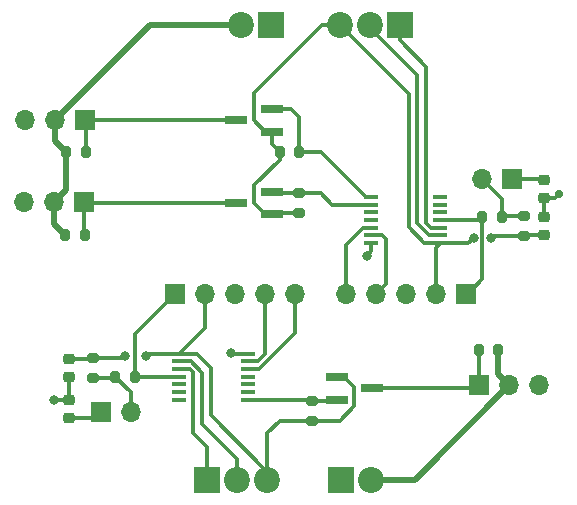
<source format=gbr>
%TF.GenerationSoftware,KiCad,Pcbnew,(6.0.8)*%
%TF.CreationDate,2023-04-06T01:33:44-05:00*%
%TF.ProjectId,ArmPCB_fixed_mosfet_pins,41726d50-4342-45f6-9669-7865645f6d6f,rev?*%
%TF.SameCoordinates,Original*%
%TF.FileFunction,Copper,L1,Top*%
%TF.FilePolarity,Positive*%
%FSLAX46Y46*%
G04 Gerber Fmt 4.6, Leading zero omitted, Abs format (unit mm)*
G04 Created by KiCad (PCBNEW (6.0.8)) date 2023-04-06 01:33:44*
%MOMM*%
%LPD*%
G01*
G04 APERTURE LIST*
G04 Aperture macros list*
%AMRoundRect*
0 Rectangle with rounded corners*
0 $1 Rounding radius*
0 $2 $3 $4 $5 $6 $7 $8 $9 X,Y pos of 4 corners*
0 Add a 4 corners polygon primitive as box body*
4,1,4,$2,$3,$4,$5,$6,$7,$8,$9,$2,$3,0*
0 Add four circle primitives for the rounded corners*
1,1,$1+$1,$2,$3*
1,1,$1+$1,$4,$5*
1,1,$1+$1,$6,$7*
1,1,$1+$1,$8,$9*
0 Add four rect primitives between the rounded corners*
20,1,$1+$1,$2,$3,$4,$5,0*
20,1,$1+$1,$4,$5,$6,$7,0*
20,1,$1+$1,$6,$7,$8,$9,0*
20,1,$1+$1,$8,$9,$2,$3,0*%
G04 Aperture macros list end*
%TA.AperFunction,ComponentPad*%
%ADD10R,1.700000X1.700000*%
%TD*%
%TA.AperFunction,ComponentPad*%
%ADD11O,1.700000X1.700000*%
%TD*%
%TA.AperFunction,SMDPad,CuDef*%
%ADD12RoundRect,0.200000X-0.200000X-0.275000X0.200000X-0.275000X0.200000X0.275000X-0.200000X0.275000X0*%
%TD*%
%TA.AperFunction,SMDPad,CuDef*%
%ADD13RoundRect,0.225000X-0.250000X0.225000X-0.250000X-0.225000X0.250000X-0.225000X0.250000X0.225000X0*%
%TD*%
%TA.AperFunction,SMDPad,CuDef*%
%ADD14RoundRect,0.200000X0.200000X0.275000X-0.200000X0.275000X-0.200000X-0.275000X0.200000X-0.275000X0*%
%TD*%
%TA.AperFunction,ComponentPad*%
%ADD15R,2.200000X2.200000*%
%TD*%
%TA.AperFunction,ComponentPad*%
%ADD16C,2.200000*%
%TD*%
%TA.AperFunction,SMDPad,CuDef*%
%ADD17R,1.308100X0.355600*%
%TD*%
%TA.AperFunction,SMDPad,CuDef*%
%ADD18RoundRect,0.200000X-0.275000X0.200000X-0.275000X-0.200000X0.275000X-0.200000X0.275000X0.200000X0*%
%TD*%
%TA.AperFunction,SMDPad,CuDef*%
%ADD19RoundRect,0.225000X0.250000X-0.225000X0.250000X0.225000X-0.250000X0.225000X-0.250000X-0.225000X0*%
%TD*%
%TA.AperFunction,SMDPad,CuDef*%
%ADD20RoundRect,0.200000X0.275000X-0.200000X0.275000X0.200000X-0.275000X0.200000X-0.275000X-0.200000X0*%
%TD*%
%TA.AperFunction,SMDPad,CuDef*%
%ADD21R,1.900000X0.800000*%
%TD*%
%TA.AperFunction,ViaPad*%
%ADD22C,0.800000*%
%TD*%
%TA.AperFunction,ViaPad*%
%ADD23C,0.700000*%
%TD*%
%TA.AperFunction,Conductor*%
%ADD24C,0.300000*%
%TD*%
%TA.AperFunction,Conductor*%
%ADD25C,0.500000*%
%TD*%
G04 APERTURE END LIST*
D10*
%TO.P,J5,1,Pin_1*%
%TO.N,S1*%
X117000000Y-92750000D03*
D11*
%TO.P,J5,2,Pin_2*%
%TO.N,5V*%
X119540000Y-92750000D03*
%TO.P,J5,3,Pin_3*%
%TO.N,GND*%
X122080000Y-92750000D03*
%TD*%
D12*
%TO.P,R7,1*%
%TO.N,+3.3V*%
X100075000Y-73000000D03*
%TO.P,R7,2*%
%TO.N,RC2*%
X101725000Y-73000000D03*
%TD*%
D13*
%TO.P,C4,1*%
%TO.N,3.3V*%
X82250000Y-90475000D03*
%TO.P,C4,2*%
%TO.N,GND*%
X82250000Y-92025000D03*
%TD*%
D14*
%TO.P,R4,1*%
%TO.N,5V*%
X118575000Y-89712500D03*
%TO.P,R4,2*%
%TO.N,S1*%
X116925000Y-89712500D03*
%TD*%
D15*
%TO.P,J8,1,Pin_1*%
%TO.N,GND*%
X99310000Y-62250000D03*
D16*
%TO.P,J8,2,Pin_2*%
%TO.N,+5V*%
X96770000Y-62250000D03*
%TD*%
D15*
%TO.P,J1,1,Pin_1*%
%TO.N,GND*%
X105250000Y-100750000D03*
D16*
%TO.P,J1,2,Pin_2*%
%TO.N,5V*%
X107790000Y-100750000D03*
%TD*%
D10*
%TO.P,J3,1,Pin_1*%
%TO.N,MCLR1*%
X115825000Y-85000000D03*
D11*
%TO.P,J3,2,Pin_2*%
%TO.N,+3.3V*%
X113285000Y-85000000D03*
%TO.P,J3,3,Pin_3*%
%TO.N,GND*%
X110745000Y-85000000D03*
%TO.P,J3,4,Pin_4*%
%TO.N,DATA1*%
X108205000Y-85000000D03*
%TO.P,J3,5,Pin_5*%
%TO.N,CLK1*%
X105665000Y-85000000D03*
%TD*%
D17*
%TO.P,IC2,1,VDD*%
%TO.N,3.3V*%
X91598050Y-90049999D03*
%TO.P,IC2,2,RA5*%
%TO.N,RA5_2*%
X91598050Y-90700000D03*
%TO.P,IC2,3,RA4*%
%TO.N,RA4_2*%
X91598050Y-91350001D03*
%TO.P,IC2,4,~{MCLR}/VPP/RA3*%
%TO.N,MCLR2*%
X91598050Y-92000000D03*
%TO.P,IC2,5,RC5*%
%TO.N,unconnected-(IC2-Pad5)*%
X91598050Y-92649999D03*
%TO.P,IC2,6,RC4*%
%TO.N,unconnected-(IC2-Pad6)*%
X91598050Y-93300000D03*
%TO.P,IC2,7,RC3*%
%TO.N,unconnected-(IC2-Pad7)*%
X91598050Y-93949999D03*
%TO.P,IC2,8,RC2*%
%TO.N,RC0*%
X97401950Y-93950001D03*
%TO.P,IC2,9,RC1*%
%TO.N,unconnected-(IC2-Pad9)*%
X97401950Y-93300000D03*
%TO.P,IC2,10,RC0*%
%TO.N,unconnected-(IC2-Pad10)*%
X97401950Y-92650001D03*
%TO.P,IC2,11,RA2*%
%TO.N,unconnected-(IC2-Pad11)*%
X97401950Y-92000000D03*
%TO.P,IC2,12,RA1/ICSPCLK*%
%TO.N,CLK2*%
X97401950Y-91350001D03*
%TO.P,IC2,13,RA0/ICSPDAT*%
%TO.N,DATA2*%
X97401950Y-90700000D03*
%TO.P,IC2,14,VSS*%
%TO.N,GND*%
X97401950Y-90050001D03*
%TD*%
D15*
%TO.P,J9,1,Pin_1*%
%TO.N,RA4*%
X110290000Y-62250000D03*
D16*
%TO.P,J9,2,Pin_2*%
%TO.N,RA5*%
X107750000Y-62250000D03*
%TO.P,J9,3,Pin_3*%
%TO.N,+3.3V*%
X105210000Y-62250000D03*
%TD*%
D12*
%TO.P,R6,1*%
%TO.N,+5V*%
X81925000Y-80000000D03*
%TO.P,R6,2*%
%TO.N,S2*%
X83575000Y-80000000D03*
%TD*%
D17*
%TO.P,IC1,1,VDD*%
%TO.N,+3.3V*%
X113651950Y-80700001D03*
%TO.P,IC1,2,RA5*%
%TO.N,RA5*%
X113651950Y-80050000D03*
%TO.P,IC1,3,RA4*%
%TO.N,RA4*%
X113651950Y-79399999D03*
%TO.P,IC1,4,~{MCLR}/VPP/RA3*%
%TO.N,MCLR1*%
X113651950Y-78750000D03*
%TO.P,IC1,5,RC5*%
%TO.N,unconnected-(IC1-Pad5)*%
X113651950Y-78100001D03*
%TO.P,IC1,6,RC4*%
%TO.N,unconnected-(IC1-Pad6)*%
X113651950Y-77450000D03*
%TO.P,IC1,7,RC3*%
%TO.N,unconnected-(IC1-Pad7)*%
X113651950Y-76800001D03*
%TO.P,IC1,8,RC2*%
%TO.N,RC2*%
X107848050Y-76799999D03*
%TO.P,IC1,9,RC1*%
%TO.N,RC1*%
X107848050Y-77450000D03*
%TO.P,IC1,10,RC0*%
%TO.N,unconnected-(IC1-Pad10)*%
X107848050Y-78099999D03*
%TO.P,IC1,11,RA2*%
%TO.N,unconnected-(IC1-Pad11)*%
X107848050Y-78750000D03*
%TO.P,IC1,12,RA1/ICSPCLK*%
%TO.N,CLK1*%
X107848050Y-79399999D03*
%TO.P,IC1,13,RA0/ICSPDAT*%
%TO.N,DATA1*%
X107848050Y-80050000D03*
%TO.P,IC1,14,VSS*%
%TO.N,GND*%
X107848050Y-80699999D03*
%TD*%
D14*
%TO.P,R10,1*%
%TO.N,MCLR2*%
X87825000Y-92000000D03*
%TO.P,R10,2*%
%TO.N,Net-(JP2-Pad2)*%
X86175000Y-92000000D03*
%TD*%
D18*
%TO.P,R1,1*%
%TO.N,Net-(JP1-Pad2)*%
X120750000Y-78425000D03*
%TO.P,R1,2*%
%TO.N,+3.3V*%
X120750000Y-80075000D03*
%TD*%
D12*
%TO.P,R2,1*%
%TO.N,MCLR1*%
X117250000Y-78500000D03*
%TO.P,R2,2*%
%TO.N,Net-(JP1-Pad2)*%
X118900000Y-78500000D03*
%TD*%
D13*
%TO.P,C2,1*%
%TO.N,Net-(C2-Pad1)*%
X122500000Y-75325000D03*
%TO.P,C2,2*%
%TO.N,GND*%
X122500000Y-76875000D03*
%TD*%
D19*
%TO.P,C3,1*%
%TO.N,Net-(C3-Pad1)*%
X82250000Y-95525000D03*
%TO.P,C3,2*%
%TO.N,GND*%
X82250000Y-93975000D03*
%TD*%
D20*
%TO.P,R5,1*%
%TO.N,+3.3V*%
X101700000Y-78125000D03*
%TO.P,R5,2*%
%TO.N,RC1*%
X101700000Y-76475000D03*
%TD*%
D10*
%TO.P,J7,1,Pin_1*%
%TO.N,S3*%
X83605000Y-70250000D03*
D11*
%TO.P,J7,2,Pin_2*%
%TO.N,+5V*%
X81065000Y-70250000D03*
%TO.P,J7,3,Pin_3*%
%TO.N,GND*%
X78525000Y-70250000D03*
%TD*%
D19*
%TO.P,C1,1*%
%TO.N,+3.3V*%
X122500000Y-80025000D03*
%TO.P,C1,2*%
%TO.N,GND*%
X122500000Y-78475000D03*
%TD*%
D21*
%TO.P,NM1,1,D*%
%TO.N,S1*%
X107900000Y-93000000D03*
%TO.P,NM1,2,G*%
%TO.N,3.3V*%
X104900000Y-92050000D03*
%TO.P,NM1,3,S*%
%TO.N,RC0*%
X104900000Y-93950000D03*
%TD*%
D20*
%TO.P,R9,1*%
%TO.N,Net-(JP2-Pad2)*%
X84250000Y-92075000D03*
%TO.P,R9,2*%
%TO.N,3.3V*%
X84250000Y-90425000D03*
%TD*%
D12*
%TO.P,R8,1*%
%TO.N,+5V*%
X82005000Y-73000000D03*
%TO.P,R8,2*%
%TO.N,S3*%
X83655000Y-73000000D03*
%TD*%
D10*
%TO.P,J4,1,Pin_1*%
%TO.N,MCLR2*%
X91250000Y-85000000D03*
D11*
%TO.P,J4,2,Pin_2*%
%TO.N,3.3V*%
X93790000Y-85000000D03*
%TO.P,J4,3,Pin_3*%
%TO.N,GND*%
X96330000Y-85000000D03*
%TO.P,J4,4,Pin_4*%
%TO.N,DATA2*%
X98870000Y-85000000D03*
%TO.P,J4,5,Pin_5*%
%TO.N,CLK2*%
X101410000Y-85000000D03*
%TD*%
D20*
%TO.P,R3,1*%
%TO.N,3.3V*%
X102800000Y-95725000D03*
%TO.P,R3,2*%
%TO.N,RC0*%
X102800000Y-94075000D03*
%TD*%
D21*
%TO.P,NM3,1,D*%
%TO.N,S3*%
X96400000Y-70300000D03*
%TO.P,NM3,2,G*%
%TO.N,+3.3V*%
X99400000Y-71250000D03*
%TO.P,NM3,3,S*%
%TO.N,RC2*%
X99400000Y-69350000D03*
%TD*%
D15*
%TO.P,J2,1,Pin_1*%
%TO.N,RA4_2*%
X93960000Y-100750000D03*
D16*
%TO.P,J2,2,Pin_2*%
%TO.N,RA5_2*%
X96500000Y-100750000D03*
%TO.P,J2,3,Pin_3*%
%TO.N,3.3V*%
X99040000Y-100750000D03*
%TD*%
D21*
%TO.P,NM2,1,D*%
%TO.N,S2*%
X96400000Y-77300000D03*
%TO.P,NM2,2,G*%
%TO.N,+3.3V*%
X99400000Y-78250000D03*
%TO.P,NM2,3,S*%
%TO.N,RC1*%
X99400000Y-76350000D03*
%TD*%
D10*
%TO.P,JP1,1,A*%
%TO.N,Net-(C2-Pad1)*%
X119750000Y-75250000D03*
D11*
%TO.P,JP1,2,B*%
%TO.N,Net-(JP1-Pad2)*%
X117210000Y-75250000D03*
%TD*%
D10*
%TO.P,JP2,1,A*%
%TO.N,Net-(C3-Pad1)*%
X84975000Y-95000000D03*
D11*
%TO.P,JP2,2,B*%
%TO.N,Net-(JP2-Pad2)*%
X87515000Y-95000000D03*
%TD*%
D10*
%TO.P,J6,1,Pin_1*%
%TO.N,S2*%
X83500000Y-77250000D03*
D11*
%TO.P,J6,2,Pin_2*%
%TO.N,+5V*%
X80960000Y-77250000D03*
%TO.P,J6,3,Pin_3*%
%TO.N,GND*%
X78420000Y-77250000D03*
%TD*%
D22*
%TO.N,+3.3V*%
X116500000Y-80250000D03*
X118000000Y-80250000D03*
D23*
%TO.N,GND*%
X123750000Y-76500000D03*
D22*
X107500000Y-81750000D03*
X81000000Y-94000000D03*
X96000000Y-90000000D03*
%TO.N,3.3V*%
X88750000Y-90250000D03*
X87000000Y-90250000D03*
%TD*%
D24*
%TO.N,+3.3V*%
X120750000Y-80075000D02*
X118175000Y-80075000D01*
X111000000Y-79368502D02*
X112331499Y-80700001D01*
X99525000Y-78125000D02*
X99400000Y-78250000D01*
X97900000Y-75800000D02*
X97900000Y-77300000D01*
X118175000Y-80075000D02*
X118000000Y-80250000D01*
X113285000Y-81066951D02*
X113651950Y-80700001D01*
X98850000Y-71250000D02*
X99400000Y-71250000D01*
X99400000Y-71250000D02*
X99400000Y-72325000D01*
X100075000Y-73000000D02*
X100075000Y-73625000D01*
X112331499Y-80700001D02*
X113651950Y-80700001D01*
X99400000Y-72325000D02*
X100075000Y-73000000D01*
X103654366Y-62250000D02*
X97900000Y-68004366D01*
X97900000Y-68004366D02*
X97900000Y-70300000D01*
X111000000Y-68040000D02*
X111000000Y-79368502D01*
X105210000Y-62250000D02*
X103654366Y-62250000D01*
X116049999Y-80700001D02*
X113651950Y-80700001D01*
X97900000Y-77300000D02*
X98850000Y-78250000D01*
X97900000Y-70300000D02*
X98850000Y-71250000D01*
X116500000Y-80250000D02*
X116049999Y-80700001D01*
X105210000Y-62250000D02*
X111000000Y-68040000D01*
X122500000Y-80025000D02*
X120800000Y-80025000D01*
X100075000Y-73625000D02*
X97900000Y-75800000D01*
X113285000Y-85000000D02*
X113285000Y-81066951D01*
X120800000Y-80025000D02*
X120750000Y-80075000D01*
X98850000Y-78250000D02*
X99400000Y-78250000D01*
X101700000Y-78125000D02*
X99525000Y-78125000D01*
%TO.N,GND*%
X122500000Y-76875000D02*
X123375000Y-76875000D01*
X97401950Y-90050001D02*
X96050001Y-90050001D01*
X122500000Y-76875000D02*
X122500000Y-78475000D01*
X123375000Y-76875000D02*
X123750000Y-76500000D01*
X107848050Y-80699999D02*
X107848050Y-81401950D01*
X81025000Y-93975000D02*
X81000000Y-94000000D01*
X96050001Y-90050001D02*
X96000000Y-90000000D01*
X82250000Y-93975000D02*
X82250000Y-92025000D01*
X107848050Y-81401950D02*
X107500000Y-81750000D01*
X82250000Y-93975000D02*
X81025000Y-93975000D01*
%TO.N,Net-(C2-Pad1)*%
X122425000Y-75250000D02*
X122500000Y-75325000D01*
X119750000Y-75250000D02*
X122425000Y-75250000D01*
%TO.N,RA5*%
X111750000Y-79029899D02*
X112770101Y-80050000D01*
X111750000Y-66500000D02*
X111750000Y-79029899D01*
X112770101Y-80050000D02*
X113651950Y-80050000D01*
X107750000Y-62250000D02*
X107750000Y-62500000D01*
X107750000Y-62500000D02*
X111750000Y-66500000D01*
%TO.N,RA4*%
X110290000Y-63540000D02*
X112500000Y-65750000D01*
X112500000Y-65750000D02*
X112500000Y-79000000D01*
X110290000Y-62250000D02*
X110290000Y-63540000D01*
X112899999Y-79399999D02*
X113651950Y-79399999D01*
X112500000Y-79000000D02*
X112899999Y-79399999D01*
%TO.N,Net-(C3-Pad1)*%
X84450000Y-95525000D02*
X84975000Y-95000000D01*
X82250000Y-95525000D02*
X84450000Y-95525000D01*
%TO.N,RC2*%
X99400000Y-69350000D02*
X101050000Y-69350000D01*
X103600000Y-73000000D02*
X107399999Y-76799999D01*
X101725000Y-73000000D02*
X103600000Y-73000000D01*
X101725000Y-70025000D02*
X101725000Y-73000000D01*
X107399999Y-76799999D02*
X107848050Y-76799999D01*
X101050000Y-69350000D02*
X101725000Y-70025000D01*
%TO.N,RC1*%
X101700000Y-76475000D02*
X99525000Y-76475000D01*
X107848050Y-77450000D02*
X104550000Y-77450000D01*
X103575000Y-76475000D02*
X101700000Y-76475000D01*
X99525000Y-76475000D02*
X99400000Y-76350000D01*
X104550000Y-77450000D02*
X103575000Y-76475000D01*
%TO.N,RC0*%
X102675001Y-93950001D02*
X102800000Y-94075000D01*
X104775000Y-94075000D02*
X104900000Y-93950000D01*
X97401950Y-93950001D02*
X102675001Y-93950001D01*
X102800000Y-94075000D02*
X104775000Y-94075000D01*
%TO.N,MCLR1*%
X117250000Y-83750000D02*
X117250000Y-78500000D01*
X117210000Y-78635000D02*
X117325000Y-78750000D01*
X115825000Y-85000000D02*
X116000000Y-85000000D01*
X117400000Y-78675000D02*
X117325000Y-78750000D01*
X116000000Y-85000000D02*
X117250000Y-83750000D01*
X117000000Y-78750000D02*
X113651950Y-78750000D01*
X117250000Y-78500000D02*
X117000000Y-78750000D01*
D25*
%TO.N,+5V*%
X82005000Y-73000000D02*
X82005000Y-76205000D01*
X80960000Y-79035000D02*
X81925000Y-80000000D01*
X82005000Y-76205000D02*
X80960000Y-77250000D01*
X81065000Y-70250000D02*
X81065000Y-72060000D01*
X80960000Y-77250000D02*
X80960000Y-79035000D01*
X81065000Y-70250000D02*
X89065000Y-62250000D01*
X89065000Y-62250000D02*
X96770000Y-62250000D01*
X81065000Y-72060000D02*
X82005000Y-73000000D01*
D24*
%TO.N,S1*%
X107900000Y-93000000D02*
X116750000Y-93000000D01*
X116750000Y-93000000D02*
X117000000Y-92750000D01*
X117000000Y-92750000D02*
X117000000Y-89787500D01*
X117000000Y-89787500D02*
X116925000Y-89712500D01*
%TO.N,S2*%
X83550000Y-77300000D02*
X83500000Y-77250000D01*
X83500000Y-79925000D02*
X83575000Y-80000000D01*
X96400000Y-77300000D02*
X83550000Y-77300000D01*
X83500000Y-77250000D02*
X83500000Y-79925000D01*
%TO.N,S3*%
X83655000Y-70300000D02*
X83605000Y-70250000D01*
X83655000Y-73000000D02*
X83655000Y-70300000D01*
X96400000Y-70300000D02*
X83655000Y-70300000D01*
%TO.N,Net-(JP1-Pad2)*%
X118900000Y-76940000D02*
X117210000Y-75250000D01*
X118975000Y-78425000D02*
X118900000Y-78500000D01*
X118900000Y-78500000D02*
X118900000Y-76940000D01*
X120750000Y-78425000D02*
X118975000Y-78425000D01*
%TO.N,CLK1*%
X105665000Y-85000000D02*
X105665000Y-80835000D01*
X107100001Y-79399999D02*
X107848050Y-79399999D01*
X105665000Y-80835000D02*
X107100001Y-79399999D01*
%TO.N,DATA1*%
X109055000Y-80375099D02*
X108729901Y-80050000D01*
X108729901Y-80050000D02*
X107848050Y-80050000D01*
X109055000Y-84150000D02*
X109055000Y-80375099D01*
X108205000Y-85000000D02*
X109055000Y-84150000D01*
%TO.N,MCLR2*%
X87825000Y-92000000D02*
X91598050Y-92000000D01*
X87825000Y-88425000D02*
X87825000Y-92000000D01*
X91250000Y-85000000D02*
X87825000Y-88425000D01*
%TO.N,CLK2*%
X101410000Y-85000000D02*
X101410000Y-88280907D01*
X101410000Y-88280907D02*
X98340906Y-91350001D01*
X98340906Y-91350001D02*
X97401950Y-91350001D01*
%TO.N,DATA2*%
X98283801Y-90700000D02*
X97401950Y-90700000D01*
X98870000Y-90113801D02*
X98283801Y-90700000D01*
X98870000Y-85000000D02*
X98870000Y-90113801D01*
%TO.N,Net-(JP2-Pad2)*%
X87515000Y-95000000D02*
X87515000Y-93340000D01*
X87515000Y-93340000D02*
X86175000Y-92000000D01*
X84250000Y-92075000D02*
X86100000Y-92075000D01*
X86100000Y-92075000D02*
X86175000Y-92000000D01*
%TO.N,RA5_2*%
X92537006Y-90700000D02*
X91598050Y-90700000D01*
X93500000Y-96000000D02*
X93500000Y-91662994D01*
X93500000Y-96000000D02*
X96500000Y-99000000D01*
X93500000Y-91662994D02*
X92537006Y-90700000D01*
X96500000Y-99000000D02*
X96500000Y-100750000D01*
%TO.N,RA4_2*%
X92750000Y-91620100D02*
X92479901Y-91350001D01*
X93960000Y-97960000D02*
X93960000Y-100750000D01*
X93960000Y-97960000D02*
X92750000Y-96750000D01*
X92750000Y-96750000D02*
X92750000Y-91620100D01*
X92479901Y-91350001D02*
X91598050Y-91350001D01*
%TO.N,3.3V*%
X94250000Y-95250000D02*
X99040000Y-100040000D01*
X86825000Y-90425000D02*
X87000000Y-90250000D01*
X105550000Y-92050000D02*
X104900000Y-92050000D01*
X88750000Y-90250000D02*
X88950001Y-90049999D01*
X102800000Y-95725000D02*
X105175000Y-95725000D01*
X91598050Y-90049999D02*
X93049999Y-90049999D01*
X82250000Y-90475000D02*
X84200000Y-90475000D01*
X94250000Y-91250000D02*
X94250000Y-95250000D01*
X84250000Y-90425000D02*
X86825000Y-90425000D01*
X93790000Y-85000000D02*
X93790000Y-87858049D01*
X99040000Y-100040000D02*
X99040000Y-100750000D01*
X93790000Y-87858049D02*
X91598050Y-90049999D01*
X99040000Y-96760000D02*
X99040000Y-100750000D01*
X93049999Y-90049999D02*
X94250000Y-91250000D01*
X106400000Y-94500000D02*
X106400000Y-92900000D01*
X100075000Y-95725000D02*
X102800000Y-95725000D01*
X84200000Y-90475000D02*
X84250000Y-90425000D01*
X106400000Y-92900000D02*
X105550000Y-92050000D01*
X99040000Y-96760000D02*
X100075000Y-95725000D01*
X105175000Y-95725000D02*
X106400000Y-94500000D01*
X88950001Y-90049999D02*
X91598050Y-90049999D01*
D25*
%TO.N,5V*%
X118575000Y-89712500D02*
X118575000Y-91785000D01*
X118575000Y-91785000D02*
X119540000Y-92750000D01*
X119540000Y-92750000D02*
X111540000Y-100750000D01*
X111540000Y-100750000D02*
X107790000Y-100750000D01*
%TD*%
M02*

</source>
